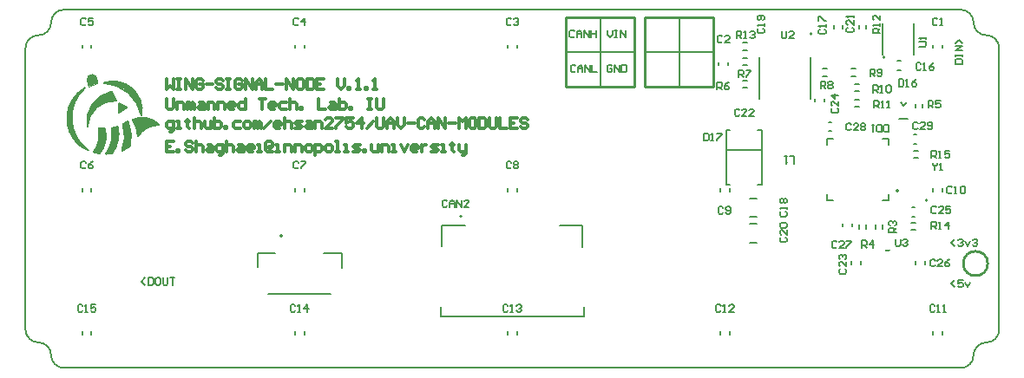
<source format=gto>
G04*
G04 #@! TF.GenerationSoftware,Altium Limited,Altium Designer,21.4.1 (30)*
G04*
G04 Layer_Color=65535*
%FSLAX44Y44*%
%MOMM*%
G71*
G04*
G04 #@! TF.SameCoordinates,2D50AE42-1DF2-48DA-B060-BAF50E4618A4*
G04*
G04*
G04 #@! TF.FilePolarity,Positive*
G04*
G01*
G75*
%ADD10C,0.2000*%
%ADD11C,0.1270*%
%ADD12C,0.0100*%
%ADD13C,0.2540*%
%ADD14C,0.1524*%
%ADD15C,0.0000*%
%ADD16C,0.1500*%
%ADD17C,0.3000*%
G36*
X92794Y311062D02*
X94306Y309611D01*
X95127Y307683D01*
Y306636D01*
X95127Y306633D01*
Y306635D01*
X95126Y306533D01*
X95088Y302701D01*
X95088Y302693D01*
X95082Y302677D01*
X95072Y302664D01*
X95059Y302654D01*
X95051Y302651D01*
X95051D01*
X86218Y299688D01*
X86207Y299684D01*
X86184Y299686D01*
X86164Y299698D01*
X86151Y299717D01*
X86148Y299729D01*
X84955Y306167D01*
X84943Y306164D01*
X84919Y306167D01*
X84899Y306181D01*
X84887Y306202D01*
X84886Y306214D01*
X84800Y307258D01*
X85461Y309247D01*
X86848Y310817D01*
X88740Y311717D01*
X90834Y311804D01*
X92794Y311062D01*
D02*
G37*
G36*
X95127Y306622D02*
X95127Y306597D01*
X95127Y306571D01*
X95126Y306546D01*
X95126Y306533D01*
Y306533D01*
X95127Y306633D01*
Y306622D01*
D02*
G37*
G36*
X113520Y304782D02*
X118346Y303822D01*
X122934Y302044D01*
X127147Y299502D01*
X130859Y296272D01*
X133958Y292451D01*
X136353Y288152D01*
X137970Y283505D01*
X138763Y278648D01*
X138706Y273728D01*
X138254Y271310D01*
X137774Y273448D01*
X136465Y277629D01*
X134703Y281641D01*
X132511Y285435D01*
X129915Y288964D01*
X126946Y292187D01*
X123641Y295063D01*
X120040Y297558D01*
X116185Y299642D01*
X112125Y301289D01*
X107909Y302479D01*
X103587Y303199D01*
X101403Y303379D01*
X101403Y303379D01*
X101403Y303379D01*
X101403D01*
X103735Y304160D01*
X108601Y304896D01*
X113520Y304782D01*
D02*
G37*
G36*
X109387Y293663D02*
X110288Y291319D01*
X111456Y289097D01*
X112876Y287026D01*
X113675Y286057D01*
X111909Y286100D01*
X108388Y285836D01*
X104934Y285108D01*
X101606Y283931D01*
X98462Y282323D01*
X95559Y280314D01*
X92947Y277939D01*
X90672Y275240D01*
X88773Y272263D01*
X87285Y269062D01*
X86233Y265692D01*
X85636Y262213D01*
X85511Y260451D01*
X85511Y260451D01*
X85511D01*
Y260451D01*
X85169Y262348D01*
X84982Y266201D01*
X85295Y270044D01*
X86101Y273816D01*
X87389Y277451D01*
X89135Y280890D01*
X91312Y284073D01*
X93881Y286949D01*
X96801Y289468D01*
X100023Y291589D01*
X103491Y293276D01*
X107148Y294499D01*
X109041Y294870D01*
X109041Y294870D01*
X109387Y293663D01*
D02*
G37*
G36*
X113675Y286057D02*
X113675D01*
D01*
X113675D01*
D02*
G37*
G36*
X116322Y283506D02*
X117183Y282844D01*
X119000Y281655D01*
X120927Y280655D01*
X122946Y279856D01*
X123983Y279534D01*
X116322Y273946D01*
Y283506D01*
X116322Y283506D01*
X116322D01*
Y283506D01*
D02*
G37*
G36*
X125055Y266110D02*
X126208Y263164D01*
X127647Y257001D01*
X128191Y250697D01*
X127828Y244380D01*
X127196Y241279D01*
X126250Y240644D01*
X124291Y239477D01*
X122273Y238415D01*
X120202Y237461D01*
X119143Y237040D01*
X119766Y238576D01*
X120794Y241725D01*
X121528Y244956D01*
X121959Y248241D01*
X122086Y251552D01*
X121905Y254861D01*
X121420Y258138D01*
X120634Y261357D01*
X120131Y262936D01*
X120130Y262936D01*
X120131Y262936D01*
D01*
X120773Y263288D01*
X122037Y264032D01*
X123270Y264826D01*
X124469Y265670D01*
X125055Y266110D01*
Y266110D01*
D02*
G37*
G36*
X96342Y259288D02*
D01*
Y259288D01*
Y259288D01*
D02*
G37*
G36*
X141590Y269427D02*
X145110Y268742D01*
X148482Y267523D01*
X151627Y265799D01*
X154469Y263612D01*
X155704Y262313D01*
X154148Y262313D01*
X151053Y262005D01*
X148024Y261294D01*
X145115Y260193D01*
X142375Y258720D01*
X139852Y256901D01*
X137589Y254767D01*
X135624Y252355D01*
X134765Y251057D01*
X134765D01*
X134637Y253242D01*
X133897Y257554D01*
X132526Y261708D01*
X130555Y265613D01*
X129357Y267445D01*
Y267445D01*
X130990Y268185D01*
X134445Y269146D01*
X138006Y269563D01*
X141590Y269427D01*
D02*
G37*
G36*
X81076Y296548D02*
X77309Y292043D01*
X74260Y287025D01*
X71997Y281606D01*
X70573Y275910D01*
X70018Y270064D01*
X70346Y264201D01*
X71550Y258453D01*
X73601Y252951D01*
X76454Y247819D01*
X80045Y243172D01*
X84291Y239116D01*
X86631Y237339D01*
X85487Y237819D01*
X83259Y238907D01*
X81098Y240123D01*
X79010Y241461D01*
X78006Y242189D01*
X75876Y243970D01*
X72242Y248169D01*
X69328Y252898D01*
X67210Y258032D01*
X65943Y263439D01*
X65559Y268980D01*
X66069Y274510D01*
X67459Y279887D01*
X69693Y284972D01*
X72713Y289632D01*
X76442Y293748D01*
X80783Y297213D01*
X83203Y298575D01*
X83203D01*
X81076Y296548D01*
D02*
G37*
G36*
X97107Y259152D02*
X98646Y258928D01*
X100194Y258771D01*
X101746Y258681D01*
X102524Y258661D01*
X102963Y257107D01*
X103458Y253915D01*
X103562Y250686D01*
X103274Y247469D01*
X102598Y244310D01*
X101544Y241257D01*
X100127Y238354D01*
X98368Y235644D01*
X97331Y234406D01*
Y234406D01*
X96584Y234510D01*
X95099Y234770D01*
X93623Y235082D01*
X92160Y235445D01*
X91434Y235652D01*
Y235653D01*
X92347Y236918D01*
X93953Y239592D01*
X95250Y242429D01*
X96222Y245393D01*
X96856Y248447D01*
X97144Y251553D01*
X97084Y254672D01*
X96675Y257764D01*
X96342Y259288D01*
X97107Y259152D01*
D02*
G37*
G36*
X115155Y260737D02*
X115155D01*
X115521Y259048D01*
X115896Y255611D01*
X115909Y252155D01*
X115560Y248715D01*
X114853Y245332D01*
X113796Y242041D01*
X112400Y238878D01*
X110681Y235879D01*
X109670Y234478D01*
X108891Y234360D01*
X107326Y234182D01*
X105755Y234062D01*
X104181Y233999D01*
X103394Y233997D01*
X104357Y235350D01*
X106064Y238200D01*
X107461Y241215D01*
X108532Y244359D01*
X109268Y247599D01*
X109657Y250898D01*
X109698Y254219D01*
X109389Y257527D01*
X109103Y259164D01*
X109874Y259303D01*
X111404Y259631D01*
X112919Y260024D01*
X114415Y260483D01*
X115155Y260737D01*
X115155Y260737D01*
D02*
G37*
%LPC*%
G36*
X95127Y306636D02*
X95127Y306635D01*
Y306635D01*
Y306635D01*
Y306635D01*
Y306635D01*
X95127Y306636D01*
D02*
G37*
%LPD*%
D10*
X275500Y153940D02*
G03*
X275500Y153940I-1000J0D01*
G01*
X450690Y173000D02*
G03*
X450690Y173000I-1000J0D01*
G01*
X863401Y328440D02*
G03*
X863401Y328440I-1000J0D01*
G01*
X792171Y351295D02*
G03*
X792171Y351295I-1000J0D01*
G01*
X937700Y25000D02*
G03*
X950000Y37300I0J12300D01*
G01*
X975000Y337300D02*
G03*
X962300Y350000I-12700J0D01*
G01*
X950000Y362300D02*
G03*
X937300Y375000I-12700J0D01*
G01*
X25000Y62700D02*
G03*
X37700Y50000I12700J0D01*
G01*
X950000Y362300D02*
G03*
X962300Y350000I12300J0D01*
G01*
X62700Y375000D02*
G03*
X50000Y362300I0J-12700D01*
G01*
X962700Y50000D02*
G03*
X950000Y37300I0J-12700D01*
G01*
X37700Y350000D02*
G03*
X50000Y362300I0J12300D01*
G01*
Y37700D02*
G03*
X37700Y50000I-12300J0D01*
G01*
X962700D02*
G03*
X975000Y62300I0J12300D01*
G01*
X50000Y37700D02*
G03*
X62700Y25000I12700J0D01*
G01*
X37700Y350000D02*
G03*
X25000Y337300I0J-12700D01*
G01*
X585730Y300000D02*
Y367460D01*
X552000Y333730D02*
X619460D01*
X629000D02*
X696460D01*
X662730Y300000D02*
Y367460D01*
X845500Y161095D02*
Y165095D01*
X838500Y161095D02*
Y165095D01*
X845500Y356000D02*
Y360000D01*
X838500Y356000D02*
Y360000D01*
X854420Y161095D02*
Y165095D01*
X861420Y161095D02*
Y165095D01*
X889121Y160095D02*
X893121D01*
X889121Y167095D02*
X893121D01*
X867121Y188595D02*
Y194595D01*
X861121Y188595D02*
X867121D01*
X807121D02*
X813121D01*
X807121D02*
Y194595D01*
X867121Y242595D02*
Y248595D01*
X861121D02*
X867121D01*
X807121D02*
X813121D01*
X807121Y242595D02*
Y248595D01*
X831121Y310095D02*
X835121D01*
X831121Y317095D02*
X835121D01*
X803121Y310095D02*
X807121D01*
X803121Y317095D02*
X807121D01*
X892121Y230095D02*
X896121D01*
X892121Y237095D02*
X896121D01*
X893621Y279095D02*
Y283095D01*
X900621Y279095D02*
Y283095D01*
X881871Y280845D02*
X885246Y284220D01*
X878621Y284095D02*
X881871Y280845D01*
X877371Y268095D02*
X885621D01*
X834121Y287095D02*
X838121D01*
X834121Y280095D02*
X838121D01*
X834121Y295095D02*
X838121D01*
X834121Y302095D02*
X838121D01*
X725121Y327595D02*
X729121D01*
X725121Y320595D02*
X729121D01*
X725121Y342595D02*
X729121D01*
X725121Y335595D02*
X729121D01*
X725000Y298500D02*
X729000D01*
X725000Y305500D02*
X729000D01*
X975000Y62300D02*
Y337300D01*
X62700Y375000D02*
X937300D01*
X25000Y62700D02*
Y337300D01*
X62700Y25000D02*
X937400D01*
X141499Y106000D02*
X138000Y109499D01*
X141499Y112998D01*
X144998D02*
Y106000D01*
X148497D01*
X149663Y107166D01*
Y111832D01*
X148497Y112998D01*
X144998D01*
X155494D02*
X153162D01*
X151995Y111832D01*
Y107166D01*
X153162Y106000D01*
X155494D01*
X156661Y107166D01*
Y111832D01*
X155494Y112998D01*
X158993D02*
Y107166D01*
X160159Y106000D01*
X162492D01*
X163658Y107166D01*
Y112998D01*
X165991D02*
X170656D01*
X168324D01*
Y106000D01*
X931499Y104000D02*
X928000Y107499D01*
X931499Y110998D01*
X939663D02*
X934998D01*
Y107499D01*
X937330Y108665D01*
X938497D01*
X939663Y107499D01*
Y105166D01*
X938497Y104000D01*
X936164D01*
X934998Y105166D01*
X941995Y108665D02*
X944328Y104000D01*
X946661Y108665D01*
X931499Y144000D02*
X928000Y147499D01*
X931499Y150998D01*
X934998Y149831D02*
X936164Y150998D01*
X938497D01*
X939663Y149831D01*
Y148665D01*
X938497Y147499D01*
X937330D01*
X938497D01*
X939663Y146333D01*
Y145166D01*
X938497Y144000D01*
X936164D01*
X934998Y145166D01*
X941995Y148665D02*
X944328Y144000D01*
X946661Y148665D01*
X948993Y149831D02*
X950160Y150998D01*
X952492D01*
X953658Y149831D01*
Y148665D01*
X952492Y147499D01*
X951326D01*
X952492D01*
X953658Y146333D01*
Y145166D01*
X952492Y144000D01*
X950160D01*
X948993Y145166D01*
X932002Y322000D02*
X939000D01*
Y325499D01*
X937834Y326665D01*
X933168D01*
X932002Y325499D01*
Y322000D01*
Y328998D02*
Y331330D01*
Y330164D01*
X939000D01*
Y328998D01*
Y331330D01*
Y334829D02*
X932002D01*
X939000Y339494D01*
X932002D01*
X939000Y341827D02*
X935501Y345326D01*
X932002Y341827D01*
X597499Y319832D02*
X596333Y320998D01*
X594000D01*
X592834Y319832D01*
Y315166D01*
X594000Y314000D01*
X596333D01*
X597499Y315166D01*
Y317499D01*
X595166D01*
X599832Y314000D02*
Y320998D01*
X604497Y314000D01*
Y320998D01*
X606829D02*
Y314000D01*
X610328D01*
X611494Y315166D01*
Y319832D01*
X610328Y320998D01*
X606829D01*
X593000Y354998D02*
Y350333D01*
X595333Y348000D01*
X597665Y350333D01*
Y354998D01*
X599998D02*
X602330D01*
X601164D01*
Y348000D01*
X599998D01*
X602330D01*
X605829D02*
Y354998D01*
X610494Y348000D01*
Y354998D01*
X561665Y319832D02*
X560499Y320998D01*
X558166D01*
X557000Y319832D01*
Y315166D01*
X558166Y314000D01*
X560499D01*
X561665Y315166D01*
X563998Y314000D02*
Y318665D01*
X566330Y320998D01*
X568663Y318665D01*
Y314000D01*
Y317499D01*
X563998D01*
X570995Y314000D02*
Y320998D01*
X575661Y314000D01*
Y320998D01*
X577993D02*
Y314000D01*
X582658D01*
X560665Y353831D02*
X559499Y354998D01*
X557166D01*
X556000Y353831D01*
Y349166D01*
X557166Y348000D01*
X559499D01*
X560665Y349166D01*
X562998Y348000D02*
Y352665D01*
X565330Y354998D01*
X567663Y352665D01*
Y348000D01*
Y351499D01*
X562998D01*
X569995Y348000D02*
Y354998D01*
X574661Y348000D01*
Y354998D01*
X576993D02*
Y348000D01*
Y351499D01*
X581658D01*
Y354998D01*
Y348000D01*
X436465Y187950D02*
X435299Y189116D01*
X432966D01*
X431800Y187950D01*
Y183284D01*
X432966Y182118D01*
X435299D01*
X436465Y183284D01*
X438798Y182118D02*
Y186783D01*
X441130Y189116D01*
X443463Y186783D01*
Y182118D01*
Y185617D01*
X438798D01*
X445796Y182118D02*
Y189116D01*
X450461Y182118D01*
Y189116D01*
X457458Y182118D02*
X452793D01*
X457458Y186783D01*
Y187950D01*
X456292Y189116D01*
X453960D01*
X452793Y187950D01*
X841169Y142501D02*
Y149499D01*
X844667D01*
X845834Y148333D01*
Y146000D01*
X844667Y144834D01*
X841169D01*
X843501D02*
X845834Y142501D01*
X851665D02*
Y149499D01*
X848166Y146000D01*
X852831D01*
X874499Y157169D02*
X867501D01*
Y160667D01*
X868667Y161834D01*
X871000D01*
X872166Y160667D01*
Y157169D01*
Y159501D02*
X874499Y161834D01*
X868667Y164166D02*
X867501Y165333D01*
Y167665D01*
X868667Y168832D01*
X869834D01*
X871000Y167665D01*
Y166499D01*
Y167665D01*
X872166Y168832D01*
X873333D01*
X874499Y167665D01*
Y165333D01*
X873333Y164166D01*
X928918Y201333D02*
X927752Y202499D01*
X925419D01*
X924253Y201333D01*
Y196667D01*
X925419Y195501D01*
X927752D01*
X928918Y196667D01*
X931251Y195501D02*
X933583D01*
X932417D01*
Y202499D01*
X931251Y201333D01*
X937082D02*
X938248Y202499D01*
X940581D01*
X941747Y201333D01*
Y196667D01*
X940581Y195501D01*
X938248D01*
X937082Y196667D01*
Y201333D01*
X705834Y181333D02*
X704667Y182499D01*
X702335D01*
X701169Y181333D01*
Y176667D01*
X702335Y175501D01*
X704667D01*
X705834Y176667D01*
X708166D02*
X709333Y175501D01*
X711665D01*
X712831Y176667D01*
Y181333D01*
X711665Y182499D01*
X709333D01*
X708166Y181333D01*
Y180166D01*
X709333Y179000D01*
X712831D01*
X83913Y225541D02*
X82747Y226708D01*
X80414D01*
X79248Y225541D01*
Y220876D01*
X80414Y219710D01*
X82747D01*
X83913Y220876D01*
X90911Y226708D02*
X88578Y225541D01*
X86246Y223209D01*
Y220876D01*
X87412Y219710D01*
X89745D01*
X90911Y220876D01*
Y222043D01*
X89745Y223209D01*
X86246D01*
X83913Y365495D02*
X82747Y366662D01*
X80414D01*
X79248Y365495D01*
Y360830D01*
X80414Y359664D01*
X82747D01*
X83913Y360830D01*
X90911Y366662D02*
X86246D01*
Y363163D01*
X88578Y364329D01*
X89745D01*
X90911Y363163D01*
Y360830D01*
X89745Y359664D01*
X87412D01*
X86246Y360830D01*
X291431Y365495D02*
X290265Y366662D01*
X287932D01*
X286766Y365495D01*
Y360830D01*
X287932Y359664D01*
X290265D01*
X291431Y360830D01*
X297263Y359664D02*
Y366662D01*
X293764Y363163D01*
X298429D01*
X498949Y365495D02*
X497783Y366662D01*
X495450D01*
X494284Y365495D01*
Y360830D01*
X495450Y359664D01*
X497783D01*
X498949Y360830D01*
X501282Y365495D02*
X502448Y366662D01*
X504781D01*
X505947Y365495D01*
Y364329D01*
X504781Y363163D01*
X503614D01*
X504781D01*
X505947Y361997D01*
Y360830D01*
X504781Y359664D01*
X502448D01*
X501282Y360830D01*
X80865Y85588D02*
X79699Y86754D01*
X77366D01*
X76200Y85588D01*
Y80922D01*
X77366Y79756D01*
X79699D01*
X80865Y80922D01*
X83198Y79756D02*
X85530D01*
X84364D01*
Y86754D01*
X83198Y85588D01*
X93694Y86754D02*
X89029D01*
Y83255D01*
X91362Y84421D01*
X92528D01*
X93694Y83255D01*
Y80922D01*
X92528Y79756D01*
X90196D01*
X89029Y80922D01*
X288383Y85588D02*
X287217Y86754D01*
X284884D01*
X283718Y85588D01*
Y80922D01*
X284884Y79756D01*
X287217D01*
X288383Y80922D01*
X290716Y79756D02*
X293048D01*
X291882D01*
Y86754D01*
X290716Y85588D01*
X300046Y79756D02*
Y86754D01*
X296547Y83255D01*
X301212D01*
X495901Y85588D02*
X494735Y86754D01*
X492402D01*
X491236Y85588D01*
Y80922D01*
X492402Y79756D01*
X494735D01*
X495901Y80922D01*
X498234Y79756D02*
X500566D01*
X499400D01*
Y86754D01*
X498234Y85588D01*
X504065D02*
X505232Y86754D01*
X507564D01*
X508730Y85588D01*
Y84421D01*
X507564Y83255D01*
X506398D01*
X507564D01*
X508730Y82089D01*
Y80922D01*
X507564Y79756D01*
X505232D01*
X504065Y80922D01*
X703419Y85588D02*
X702253Y86754D01*
X699920D01*
X698754Y85588D01*
Y80922D01*
X699920Y79756D01*
X702253D01*
X703419Y80922D01*
X705752Y79756D02*
X708084D01*
X706918D01*
Y86754D01*
X705752Y85588D01*
X716248Y79756D02*
X711583D01*
X716248Y84421D01*
Y85588D01*
X715082Y86754D01*
X712749D01*
X711583Y85588D01*
X912207D02*
X911041Y86754D01*
X908708D01*
X907542Y85588D01*
Y80922D01*
X908708Y79756D01*
X911041D01*
X912207Y80922D01*
X914540Y79756D02*
X916872D01*
X915706D01*
Y86754D01*
X914540Y85588D01*
X920371Y79756D02*
X922704D01*
X921537D01*
Y86754D01*
X920371Y85588D01*
X498949Y225541D02*
X497783Y226708D01*
X495450D01*
X494284Y225541D01*
Y220876D01*
X495450Y219710D01*
X497783D01*
X498949Y220876D01*
X501282Y225541D02*
X502448Y226708D01*
X504781D01*
X505947Y225541D01*
Y224375D01*
X504781Y223209D01*
X505947Y222043D01*
Y220876D01*
X504781Y219710D01*
X502448D01*
X501282Y220876D01*
Y222043D01*
X502448Y223209D01*
X501282Y224375D01*
Y225541D01*
X502448Y223209D02*
X504781D01*
X291431Y225541D02*
X290265Y226708D01*
X287932D01*
X286766Y225541D01*
Y220876D01*
X287932Y219710D01*
X290265D01*
X291431Y220876D01*
X293764Y226708D02*
X298429D01*
Y225541D01*
X293764Y220876D01*
Y219710D01*
X704943Y348478D02*
X703777Y349644D01*
X701444D01*
X700278Y348478D01*
Y343812D01*
X701444Y342646D01*
X703777D01*
X704943Y343812D01*
X711941Y342646D02*
X707276D01*
X711941Y347311D01*
Y348478D01*
X710775Y349644D01*
X708442D01*
X707276Y348478D01*
X915001Y365495D02*
X913835Y366662D01*
X911502D01*
X910336Y365495D01*
Y360830D01*
X911502Y359664D01*
X913835D01*
X915001Y360830D01*
X917334Y359664D02*
X919666D01*
X918500D01*
Y366662D01*
X917334Y365495D01*
X909000Y230000D02*
Y236998D01*
X912499D01*
X913665Y235832D01*
Y233499D01*
X912499Y232333D01*
X909000D01*
X911333D02*
X913665Y230000D01*
X915998D02*
X918330D01*
X917164D01*
Y236998D01*
X915998Y235832D01*
X926494Y236998D02*
X921829D01*
Y233499D01*
X924162Y234665D01*
X925328D01*
X926494Y233499D01*
Y231166D01*
X925328Y230000D01*
X922996D01*
X921829Y231166D01*
X859000Y352000D02*
X852002D01*
Y355499D01*
X853169Y356665D01*
X855501D01*
X856667Y355499D01*
Y352000D01*
Y354333D02*
X859000Y356665D01*
Y358998D02*
Y361330D01*
Y360164D01*
X852002D01*
X853169Y358998D01*
X859000Y369494D02*
Y364829D01*
X854335Y369494D01*
X853169D01*
X852002Y368328D01*
Y365995D01*
X853169Y364829D01*
X906000Y279000D02*
Y285998D01*
X909499D01*
X910665Y284832D01*
Y282499D01*
X909499Y281333D01*
X906000D01*
X908333D02*
X910665Y279000D01*
X917663Y285998D02*
X912998D01*
Y282499D01*
X915330Y283665D01*
X916497D01*
X917663Y282499D01*
Y280166D01*
X916497Y279000D01*
X914164D01*
X912998Y280166D01*
X721665Y276831D02*
X720499Y277998D01*
X718166D01*
X717000Y276831D01*
Y272166D01*
X718166Y271000D01*
X720499D01*
X721665Y272166D01*
X728663Y271000D02*
X723998D01*
X728663Y275665D01*
Y276831D01*
X727497Y277998D01*
X725164D01*
X723998Y276831D01*
X735661Y271000D02*
X730995D01*
X735661Y275665D01*
Y276831D01*
X734494Y277998D01*
X732162D01*
X730995Y276831D01*
X699879Y296905D02*
Y303903D01*
X703378D01*
X704544Y302736D01*
Y300404D01*
X703378Y299237D01*
X699879D01*
X702212D02*
X704544Y296905D01*
X711542Y303903D02*
X709210Y302736D01*
X706877Y300404D01*
Y298071D01*
X708043Y296905D01*
X710376D01*
X711542Y298071D01*
Y299237D01*
X710376Y300404D01*
X706877D01*
X719000Y347000D02*
Y353998D01*
X722499D01*
X723665Y352831D01*
Y350499D01*
X722499Y349333D01*
X719000D01*
X721333D02*
X723665Y347000D01*
X725998D02*
X728330D01*
X727164D01*
Y353998D01*
X725998Y352831D01*
X731829D02*
X732996Y353998D01*
X735328D01*
X736494Y352831D01*
Y351665D01*
X735328Y350499D01*
X734162D01*
X735328D01*
X736494Y349333D01*
Y348166D01*
X735328Y347000D01*
X732996D01*
X731829Y348166D01*
X721000Y309000D02*
Y315998D01*
X724499D01*
X725665Y314832D01*
Y312499D01*
X724499Y311333D01*
X721000D01*
X723333D02*
X725665Y309000D01*
X727998Y315998D02*
X732663D01*
Y314832D01*
X727998Y310166D01*
Y309000D01*
X910000Y224998D02*
Y223832D01*
X912333Y221499D01*
X914665Y223832D01*
Y224998D01*
X912333Y221499D02*
Y218000D01*
X916998D02*
X919330D01*
X918164D01*
Y224998D01*
X916998Y223832D01*
X874000Y150998D02*
Y145166D01*
X875166Y144000D01*
X877499D01*
X878665Y145166D01*
Y150998D01*
X880998Y149831D02*
X882164Y150998D01*
X884497D01*
X885663Y149831D01*
Y148665D01*
X884497Y147499D01*
X883330D01*
X884497D01*
X885663Y146333D01*
Y145166D01*
X884497Y144000D01*
X882164D01*
X880998Y145166D01*
X687000Y253998D02*
Y247000D01*
X690499D01*
X691665Y248166D01*
Y252831D01*
X690499Y253998D01*
X687000D01*
X693998Y247000D02*
X696330D01*
X695164D01*
Y253998D01*
X693998Y252831D01*
X699829Y253998D02*
X704494D01*
Y252831D01*
X699829Y248166D01*
Y247000D01*
X909000Y161000D02*
Y167998D01*
X912499D01*
X913665Y166831D01*
Y164499D01*
X912499Y163333D01*
X909000D01*
X911333D02*
X913665Y161000D01*
X915998D02*
X918330D01*
X917164D01*
Y167998D01*
X915998Y166831D01*
X925328Y161000D02*
Y167998D01*
X921829Y164499D01*
X926494D01*
X877000Y306998D02*
Y300000D01*
X880499D01*
X881665Y301166D01*
Y305832D01*
X880499Y306998D01*
X877000D01*
X883998Y300000D02*
X886330D01*
X885164D01*
Y306998D01*
X883998Y305832D01*
X894494Y306998D02*
X892162Y305832D01*
X889829Y303499D01*
Y301166D01*
X890995Y300000D01*
X893328D01*
X894494Y301166D01*
Y302333D01*
X893328Y303499D01*
X889829D01*
X762169Y177665D02*
X761002Y176499D01*
Y174166D01*
X762169Y173000D01*
X766834D01*
X768000Y174166D01*
Y176499D01*
X766834Y177665D01*
X768000Y179998D02*
Y182330D01*
Y181164D01*
X761002D01*
X762169Y179998D01*
Y185829D02*
X761002Y186996D01*
Y189328D01*
X762169Y190494D01*
X763335D01*
X764501Y189328D01*
X765667Y190494D01*
X766834D01*
X768000Y189328D01*
Y186996D01*
X766834Y185829D01*
X765667D01*
X764501Y186996D01*
X763335Y185829D01*
X762169D01*
X764501Y186996D02*
Y189328D01*
X762169Y152665D02*
X761002Y151499D01*
Y149166D01*
X762169Y148000D01*
X766834D01*
X768000Y149166D01*
Y151499D01*
X766834Y152665D01*
X768000Y159663D02*
Y154998D01*
X763335Y159663D01*
X762169D01*
X761002Y158497D01*
Y156164D01*
X762169Y154998D01*
Y161996D02*
X761002Y163162D01*
Y165494D01*
X762169Y166661D01*
X766834D01*
X768000Y165494D01*
Y163162D01*
X766834Y161996D01*
X762169D01*
X740169Y356665D02*
X739002Y355499D01*
Y353166D01*
X740169Y352000D01*
X744834D01*
X746000Y353166D01*
Y355499D01*
X744834Y356665D01*
X746000Y358998D02*
Y361330D01*
Y360164D01*
X739002D01*
X740169Y358998D01*
X744834Y364829D02*
X746000Y365995D01*
Y368328D01*
X744834Y369494D01*
X740169D01*
X739002Y368328D01*
Y365995D01*
X740169Y364829D01*
X741335D01*
X742501Y365995D01*
Y369494D01*
X812169Y278665D02*
X811002Y277499D01*
Y275166D01*
X812169Y274000D01*
X816834D01*
X818000Y275166D01*
Y277499D01*
X816834Y278665D01*
X818000Y285663D02*
Y280998D01*
X813335Y285663D01*
X812169D01*
X811002Y284497D01*
Y282164D01*
X812169Y280998D01*
X818000Y291494D02*
X811002D01*
X814501Y287995D01*
Y292661D01*
X913665Y181831D02*
X912499Y182998D01*
X910166D01*
X909000Y181831D01*
Y177166D01*
X910166Y176000D01*
X912499D01*
X913665Y177166D01*
X920663Y176000D02*
X915998D01*
X920663Y180665D01*
Y181831D01*
X919497Y182998D01*
X917164D01*
X915998Y181831D01*
X927661Y182998D02*
X922996D01*
Y179499D01*
X925328Y180665D01*
X926494D01*
X927661Y179499D01*
Y177166D01*
X926494Y176000D01*
X924162D01*
X922996Y177166D01*
X816665Y147831D02*
X815499Y148998D01*
X813166D01*
X812000Y147831D01*
Y143166D01*
X813166Y142000D01*
X815499D01*
X816665Y143166D01*
X823663Y142000D02*
X818998D01*
X823663Y146665D01*
Y147831D01*
X822497Y148998D01*
X820164D01*
X818998Y147831D01*
X825995Y148998D02*
X830661D01*
Y147831D01*
X825995Y143166D01*
Y142000D01*
X830665Y262831D02*
X829499Y263998D01*
X827166D01*
X826000Y262831D01*
Y258166D01*
X827166Y257000D01*
X829499D01*
X830665Y258166D01*
X837663Y257000D02*
X832998D01*
X837663Y261665D01*
Y262831D01*
X836497Y263998D01*
X834164D01*
X832998Y262831D01*
X839995D02*
X841162Y263998D01*
X843494D01*
X844661Y262831D01*
Y261665D01*
X843494Y260499D01*
X844661Y259333D01*
Y258166D01*
X843494Y257000D01*
X841162D01*
X839995Y258166D01*
Y259333D01*
X841162Y260499D01*
X839995Y261665D01*
Y262831D01*
X841162Y260499D02*
X843494D01*
X895665Y263832D02*
X894499Y264998D01*
X892166D01*
X891000Y263832D01*
Y259166D01*
X892166Y258000D01*
X894499D01*
X895665Y259166D01*
X902663Y258000D02*
X897998D01*
X902663Y262665D01*
Y263832D01*
X901497Y264998D01*
X899164D01*
X897998Y263832D01*
X904995Y259166D02*
X906162Y258000D01*
X908494D01*
X909661Y259166D01*
Y263832D01*
X908494Y264998D01*
X906162D01*
X904995Y263832D01*
Y262665D01*
X906162Y261499D01*
X909661D01*
X820169Y121665D02*
X819002Y120499D01*
Y118166D01*
X820169Y117000D01*
X824834D01*
X826000Y118166D01*
Y120499D01*
X824834Y121665D01*
X826000Y128663D02*
Y123998D01*
X821335Y128663D01*
X820169D01*
X819002Y127497D01*
Y125164D01*
X820169Y123998D01*
Y130996D02*
X819002Y132162D01*
Y134494D01*
X820169Y135661D01*
X821335D01*
X822501Y134494D01*
Y133328D01*
Y134494D01*
X823667Y135661D01*
X824834D01*
X826000Y134494D01*
Y132162D01*
X824834Y130996D01*
X912665Y129831D02*
X911499Y130998D01*
X909166D01*
X908000Y129831D01*
Y125166D01*
X909166Y124000D01*
X911499D01*
X912665Y125166D01*
X919663Y124000D02*
X914998D01*
X919663Y128665D01*
Y129831D01*
X918497Y130998D01*
X916164D01*
X914998Y129831D01*
X926661Y130998D02*
X924328Y129831D01*
X921995Y127499D01*
Y125166D01*
X923162Y124000D01*
X925494D01*
X926661Y125166D01*
Y126333D01*
X925494Y127499D01*
X921995D01*
X898665Y321832D02*
X897499Y322998D01*
X895166D01*
X894000Y321832D01*
Y317166D01*
X895166Y316000D01*
X897499D01*
X898665Y317166D01*
X900998Y316000D02*
X903330D01*
X902164D01*
Y322998D01*
X900998Y321832D01*
X911494Y322998D02*
X909162Y321832D01*
X906829Y319499D01*
Y317166D01*
X907996Y316000D01*
X910328D01*
X911494Y317166D01*
Y318333D01*
X910328Y319499D01*
X906829D01*
X763000Y353998D02*
Y348166D01*
X764166Y347000D01*
X766499D01*
X767665Y348166D01*
Y353998D01*
X774663Y347000D02*
X769998D01*
X774663Y351665D01*
Y352831D01*
X773497Y353998D01*
X771164D01*
X769998Y352831D01*
X800169Y355665D02*
X799002Y354499D01*
Y352166D01*
X800169Y351000D01*
X804834D01*
X806000Y352166D01*
Y354499D01*
X804834Y355665D01*
X806000Y357998D02*
Y360330D01*
Y359164D01*
X799002D01*
X800169Y357998D01*
X799002Y363829D02*
Y368494D01*
X800169D01*
X804834Y363829D01*
X806000D01*
X867121Y255597D02*
Y262595D01*
X863622D01*
X862456Y261429D01*
Y256764D01*
X863622Y255597D01*
X867121D01*
X860123D02*
Y262595D01*
X856624D01*
X855458Y261429D01*
Y256764D01*
X856624Y255597D01*
X860123D01*
X853125Y262595D02*
X850793D01*
X851959D01*
Y255597D01*
X853125Y256764D01*
X775121Y224597D02*
Y231595D01*
X770456D01*
X768123D02*
X765791D01*
X766957D01*
Y224597D01*
X768123Y225764D01*
X827169Y357665D02*
X826002Y356499D01*
Y354166D01*
X827169Y353000D01*
X831834D01*
X833000Y354166D01*
Y356499D01*
X831834Y357665D01*
X833000Y364663D02*
Y359998D01*
X828335Y364663D01*
X827169D01*
X826002Y363497D01*
Y361164D01*
X827169Y359998D01*
X833000Y366996D02*
Y369328D01*
Y368162D01*
X826002D01*
X827169Y366996D01*
X897002Y339000D02*
X902834D01*
X904000Y340166D01*
Y342499D01*
X902834Y343665D01*
X897002D01*
X904000Y345998D02*
Y348330D01*
Y347164D01*
X897002D01*
X898168Y345998D01*
X801000Y298000D02*
Y304998D01*
X804499D01*
X805665Y303831D01*
Y301499D01*
X804499Y300333D01*
X801000D01*
X803333D02*
X805665Y298000D01*
X807998Y303831D02*
X809164Y304998D01*
X811497D01*
X812663Y303831D01*
Y302665D01*
X811497Y301499D01*
X812663Y300333D01*
Y299166D01*
X811497Y298000D01*
X809164D01*
X807998Y299166D01*
Y300333D01*
X809164Y301499D01*
X807998Y302665D01*
Y303831D01*
X809164Y301499D02*
X811497D01*
X849000Y310000D02*
Y316998D01*
X852499D01*
X853665Y315831D01*
Y313499D01*
X852499Y312333D01*
X849000D01*
X851333D02*
X853665Y310000D01*
X855998Y311166D02*
X857164Y310000D01*
X859497D01*
X860663Y311166D01*
Y315831D01*
X859497Y316998D01*
X857164D01*
X855998Y315831D01*
Y314665D01*
X857164Y313499D01*
X860663D01*
X852000Y294000D02*
Y300998D01*
X855499D01*
X856665Y299832D01*
Y297499D01*
X855499Y296333D01*
X852000D01*
X854333D02*
X856665Y294000D01*
X858998D02*
X861330D01*
X860164D01*
Y300998D01*
X858998Y299832D01*
X864829D02*
X865995Y300998D01*
X868328D01*
X869494Y299832D01*
Y295166D01*
X868328Y294000D01*
X865995D01*
X864829Y295166D01*
Y299832D01*
X853000Y279000D02*
Y285998D01*
X856499D01*
X857665Y284832D01*
Y282499D01*
X856499Y281333D01*
X853000D01*
X855333D02*
X857665Y279000D01*
X859998D02*
X862330D01*
X861164D01*
Y285998D01*
X859998Y284832D01*
X865829Y279000D02*
X868162D01*
X866995D01*
Y285998D01*
X865829Y284832D01*
D11*
X155704Y262313D02*
G03*
X134765Y251057I-764J-23683D01*
G01*
X134765Y251057D02*
G03*
X129357Y267445I-29435J-628D01*
G01*
X155704Y262313D02*
G03*
X129357Y267445I-16782J-15964D01*
G01*
X120131Y262936D02*
G03*
X125055Y266110I-17062J31878D01*
G01*
X109041Y294870D02*
G03*
X113675Y286057I20786J5304D01*
G01*
X83203Y298575D02*
G03*
X86631Y237339I25866J-29266D01*
G01*
X83203Y298575D02*
G03*
X78006Y242189I16876J-29988D01*
G01*
X113675Y286057D02*
G03*
X85511Y260451I-1535J-26603D01*
G01*
X109041Y294870D02*
G03*
X85511Y260451I5706J-29153D01*
G01*
X116322Y283506D02*
G03*
X123983Y279534I13504J16668D01*
G01*
X138254Y271310D02*
G03*
X101403Y303379I-39024J-7636D01*
G01*
X138254Y271310D02*
G03*
X101403Y303379I-27850J5205D01*
G01*
X103394Y233997D02*
G03*
X109103Y259164I-25186J18945D01*
G01*
X119143Y237040D02*
G03*
X127196Y241279I-15890J39956D01*
G01*
D02*
G03*
X125055Y266110I-43159J8786D01*
G01*
X96342Y259288D02*
G03*
X102524Y258661I6727J35526D01*
G01*
X109103Y259164D02*
G03*
X115155Y260737I-6035J35650D01*
G01*
X91435Y235653D02*
G03*
X96342Y259288I-22129J16922D01*
G01*
X109670Y234478D02*
G03*
X115155Y260737I-26708J19282D01*
G01*
X119143Y237040D02*
G03*
X120131Y262936I-32874J14220D01*
G01*
X91435Y235652D02*
G03*
X97331Y234406I11819J41343D01*
G01*
X78006Y242189D02*
G03*
X86631Y237339I25247J34807D01*
G01*
X97331Y234406D02*
G03*
X102524Y258661I-20342J17038D01*
G01*
X103394Y233997D02*
G03*
X109670Y234478I-140J42999D01*
G01*
X876821Y198015D02*
G03*
X876821Y198015I-1270J0D01*
G01*
X251250Y123240D02*
Y137441D01*
X268900D01*
X333750Y123140D02*
Y137441D01*
X316100D02*
X333750D01*
X262100Y96940D02*
X323000D01*
X116322Y273946D02*
Y283506D01*
Y273946D02*
X123983Y279534D01*
X568690Y143000D02*
Y164000D01*
X546190D02*
X568690D01*
X431190Y143500D02*
Y164500D01*
X453690D01*
X430690Y75000D02*
Y84500D01*
X569190Y75000D02*
X569691Y75500D01*
Y84500D01*
X430690Y75000D02*
X569190D01*
X712000Y197617D02*
Y200618D01*
X703000Y197617D02*
Y200618D01*
X919500Y197617D02*
Y200618D01*
X910500Y197617D02*
Y200618D01*
X80500Y57618D02*
Y60617D01*
X89500Y57618D02*
Y60617D01*
X288000Y57618D02*
Y60617D01*
X297000Y57618D02*
Y60617D01*
X910500Y57618D02*
Y60617D01*
X919500Y57618D02*
Y60617D01*
X703000Y57618D02*
Y60617D01*
X712000Y57618D02*
Y60617D01*
X495500Y57618D02*
Y60617D01*
X504500Y57618D02*
Y60617D01*
X875621Y316095D02*
X878621D01*
X875621Y325095D02*
X878621D01*
X891371Y331220D02*
Y361220D01*
X861371Y331220D02*
Y361220D01*
X822500Y356500D02*
Y359500D01*
X813500Y356500D02*
Y359500D01*
X80500Y337617D02*
Y340617D01*
X89500Y337617D02*
Y340617D01*
X710500Y320500D02*
Y323500D01*
X701500Y320500D02*
Y323500D01*
X910500Y337617D02*
Y340617D01*
X919500Y337617D02*
Y340617D01*
X495500Y337617D02*
Y340617D01*
X504500Y337617D02*
Y340617D01*
X288000Y337617D02*
Y340617D01*
X297000Y337617D02*
Y340617D01*
X495500Y197617D02*
Y200618D01*
X504500Y197617D02*
Y200618D01*
X80500Y197617D02*
Y200618D01*
X89500Y197617D02*
Y200618D01*
X288000Y197617D02*
Y200618D01*
X297000Y197617D02*
Y200618D01*
X889621Y182095D02*
X892621D01*
X889621Y173095D02*
X892621D01*
X902621Y126095D02*
Y129095D01*
X893621Y126095D02*
Y129095D01*
X808621Y265095D02*
X811621D01*
X808621Y256095D02*
X811621D01*
X822621Y163095D02*
Y166095D01*
X831621Y163095D02*
Y166095D01*
X795621Y285095D02*
Y288095D01*
X804621Y285095D02*
Y288095D01*
X891621Y253095D02*
X894621D01*
X891621Y244095D02*
X894621D01*
X731521Y147595D02*
X738721D01*
X731521Y165595D02*
X738721D01*
X731521Y172595D02*
X738721D01*
X731521Y190595D02*
X738721D01*
X740871Y288095D02*
Y328095D01*
X791371Y288095D02*
Y328095D01*
X831090Y126095D02*
Y129095D01*
X840090Y126095D02*
Y129095D01*
D12*
X95049Y306133D02*
G03*
X84940Y306219I-5051J502D01*
G01*
X86201Y299739D02*
X95034Y302702D01*
X95073Y306636D01*
X84923D02*
X86201Y299739D01*
D13*
X963938Y127000D02*
G03*
X963938Y127000I-11938J0D01*
G01*
X552000Y300000D02*
X619460D01*
X552000Y367460D02*
X619460D01*
Y300000D02*
Y367460D01*
X552000Y300000D02*
Y367460D01*
X629000Y300000D02*
X696460D01*
X629000Y367460D02*
X696460D01*
Y300000D02*
Y367460D01*
X629000Y300000D02*
Y367460D01*
D14*
X864343Y139788D02*
G03*
X867899Y139788I1778J2276D01*
G01*
X864343D02*
G03*
X867899Y139788I1778J2276D01*
G01*
D15*
X905391Y188595D02*
G03*
X905391Y188595I-1270J0D01*
G01*
D16*
X708621Y203595D02*
Y238095D01*
Y239595D01*
Y241095D02*
Y257595D01*
X743621Y241095D02*
Y257595D01*
Y239595D02*
Y241095D01*
Y203595D02*
Y238095D01*
X708621D02*
X743621D01*
Y239595D01*
X708621D02*
Y241095D01*
X739621Y203595D02*
X743621D01*
X739621Y257595D02*
X743621D01*
X708621D02*
X712621D01*
X708621Y203595D02*
X712621D01*
D17*
X163000Y307250D02*
Y297253D01*
X166332Y300585D01*
X169664Y297253D01*
Y307250D01*
X172997D02*
X176329D01*
X174663D01*
Y297253D01*
X172997D01*
X176329D01*
X181327D02*
Y307250D01*
X187992Y297253D01*
Y307250D01*
X197989Y305583D02*
X196323Y307250D01*
X192990D01*
X191324Y305583D01*
Y298919D01*
X192990Y297253D01*
X196323D01*
X197989Y298919D01*
Y302251D01*
X194656D01*
X201321D02*
X207985D01*
X217982Y305583D02*
X216316Y307250D01*
X212984D01*
X211318Y305583D01*
Y303917D01*
X212984Y302251D01*
X216316D01*
X217982Y300585D01*
Y298919D01*
X216316Y297253D01*
X212984D01*
X211318Y298919D01*
X221315Y307250D02*
X224647D01*
X222981D01*
Y297253D01*
X221315D01*
X224647D01*
X236310Y305583D02*
X234643Y307250D01*
X231311D01*
X229645Y305583D01*
Y298919D01*
X231311Y297253D01*
X234643D01*
X236310Y298919D01*
Y302251D01*
X232977D01*
X239642Y297253D02*
Y307250D01*
X246306Y297253D01*
Y307250D01*
X249639Y297253D02*
Y303917D01*
X252971Y307250D01*
X256303Y303917D01*
Y297253D01*
Y302251D01*
X249639D01*
X259636Y307250D02*
Y297253D01*
X266300D01*
X269632Y302251D02*
X276297D01*
X279629Y297253D02*
Y307250D01*
X286294Y297253D01*
Y307250D01*
X294624D02*
X291292D01*
X289626Y305583D01*
Y298919D01*
X291292Y297253D01*
X294624D01*
X296290Y298919D01*
Y305583D01*
X294624Y307250D01*
X299623D02*
Y297253D01*
X304621D01*
X306287Y298919D01*
Y305583D01*
X304621Y307250D01*
X299623D01*
X316284D02*
X309619D01*
Y297253D01*
X316284D01*
X309619Y302251D02*
X312952D01*
X329613Y307250D02*
Y300585D01*
X332945Y297253D01*
X336278Y300585D01*
Y307250D01*
X339610Y297253D02*
Y298919D01*
X341276D01*
Y297253D01*
X339610D01*
X347940D02*
X351273D01*
X349607D01*
Y307250D01*
X347940Y305583D01*
X356271Y297253D02*
Y298919D01*
X357937D01*
Y297253D01*
X356271D01*
X364602D02*
X367934D01*
X366268D01*
Y307250D01*
X364602Y305583D01*
X163000Y288054D02*
Y279723D01*
X164666Y278057D01*
X167998D01*
X169664Y279723D01*
Y288054D01*
X172997Y278057D02*
Y284721D01*
X177995D01*
X179661Y283055D01*
Y278057D01*
X182994D02*
Y284721D01*
X184660D01*
X186326Y283055D01*
Y278057D01*
Y283055D01*
X187992Y284721D01*
X189658Y283055D01*
Y278057D01*
X194657Y284721D02*
X197989D01*
X199655Y283055D01*
Y278057D01*
X194657D01*
X192990Y279723D01*
X194657Y281389D01*
X199655D01*
X202987Y278057D02*
Y284721D01*
X207985D01*
X209652Y283055D01*
Y278057D01*
X212984D02*
Y284721D01*
X217982D01*
X219648Y283055D01*
Y278057D01*
X227979D02*
X224647D01*
X222981Y279723D01*
Y283055D01*
X224647Y284721D01*
X227979D01*
X229645Y283055D01*
Y281389D01*
X222981D01*
X239642Y288054D02*
Y278057D01*
X234644D01*
X232977Y279723D01*
Y283055D01*
X234644Y284721D01*
X239642D01*
X252971Y288054D02*
X259636D01*
X256303D01*
Y278057D01*
X267966D02*
X264634D01*
X262968Y279723D01*
Y283055D01*
X264634Y284721D01*
X267966D01*
X269632Y283055D01*
Y281389D01*
X262968D01*
X279629Y284721D02*
X274631D01*
X272965Y283055D01*
Y279723D01*
X274631Y278057D01*
X279629D01*
X282961Y288054D02*
Y278057D01*
Y283055D01*
X284627Y284721D01*
X287960D01*
X289626Y283055D01*
Y278057D01*
X292958D02*
Y279723D01*
X294624D01*
Y278057D01*
X292958D01*
X311285Y288054D02*
Y278057D01*
X317950D01*
X322948Y284721D02*
X326281D01*
X327947Y283055D01*
Y278057D01*
X322948D01*
X321282Y279723D01*
X322948Y281389D01*
X327947D01*
X331279Y288054D02*
Y278057D01*
X336278D01*
X337944Y279723D01*
Y281389D01*
Y283055D01*
X336278Y284721D01*
X331279D01*
X341276Y278057D02*
Y279723D01*
X342942D01*
Y278057D01*
X341276D01*
X359603Y288054D02*
X362935D01*
X361269D01*
Y278057D01*
X359603D01*
X362935D01*
X367934Y288054D02*
Y279723D01*
X369600Y278057D01*
X372932D01*
X374598Y279723D01*
Y288054D01*
X166332Y255528D02*
X167998D01*
X169664Y257194D01*
Y265525D01*
X164666D01*
X163000Y263859D01*
Y260527D01*
X164666Y258861D01*
X169664D01*
X172997D02*
X176329D01*
X174663D01*
Y265525D01*
X172997D01*
X182994Y267191D02*
Y265525D01*
X181327D01*
X184660D01*
X182994D01*
Y260527D01*
X184660Y258861D01*
X189658Y268857D02*
Y258861D01*
Y263859D01*
X191324Y265525D01*
X194656D01*
X196322Y263859D01*
Y258861D01*
X199655Y265525D02*
Y260527D01*
X201321Y258861D01*
X206319D01*
Y265525D01*
X209652Y268857D02*
Y258861D01*
X214650D01*
X216316Y260527D01*
Y262193D01*
Y263859D01*
X214650Y265525D01*
X209652D01*
X219648Y258861D02*
Y260527D01*
X221315D01*
Y258861D01*
X219648D01*
X234643Y265525D02*
X229645D01*
X227979Y263859D01*
Y260527D01*
X229645Y258861D01*
X234643D01*
X239642D02*
X242974D01*
X244640Y260527D01*
Y263859D01*
X242974Y265525D01*
X239642D01*
X237976Y263859D01*
Y260527D01*
X239642Y258861D01*
X247973D02*
Y265525D01*
X249639D01*
X251305Y263859D01*
Y258861D01*
Y263859D01*
X252971Y265525D01*
X254637Y263859D01*
Y258861D01*
X257969D02*
X264634Y265525D01*
X272964Y258861D02*
X269632D01*
X267966Y260527D01*
Y263859D01*
X269632Y265525D01*
X272964D01*
X274631Y263859D01*
Y262193D01*
X267966D01*
X277963Y268857D02*
Y258861D01*
Y263859D01*
X279629Y265525D01*
X282961D01*
X284627Y263859D01*
Y258861D01*
X287960D02*
X292958D01*
X294624Y260527D01*
X292958Y262193D01*
X289626D01*
X287960Y263859D01*
X289626Y265525D01*
X294624D01*
X299623D02*
X302955D01*
X304621Y263859D01*
Y258861D01*
X299623D01*
X297957Y260527D01*
X299623Y262193D01*
X304621D01*
X307953Y258861D02*
Y265525D01*
X312952D01*
X314618Y263859D01*
Y258861D01*
X324614D02*
X317950D01*
X324614Y265525D01*
Y267191D01*
X322948Y268857D01*
X319616D01*
X317950Y267191D01*
X327947Y268857D02*
X334611D01*
Y267191D01*
X327947Y260527D01*
Y258861D01*
X344608Y268857D02*
X337944D01*
Y263859D01*
X341276Y265525D01*
X342942D01*
X344608Y263859D01*
Y260527D01*
X342942Y258861D01*
X339610D01*
X337944Y260527D01*
X352939Y258861D02*
Y268857D01*
X347940Y263859D01*
X354605D01*
X357937Y258861D02*
X364602Y265525D01*
X367934Y268857D02*
Y260527D01*
X369600Y258861D01*
X372932D01*
X374598Y260527D01*
Y268857D01*
X377931Y258861D02*
Y265525D01*
X381263Y268857D01*
X384595Y265525D01*
Y258861D01*
Y263859D01*
X377931D01*
X387928Y268857D02*
Y262193D01*
X391260Y258861D01*
X394592Y262193D01*
Y268857D01*
X397924Y263859D02*
X404589D01*
X414586Y267191D02*
X412919Y268857D01*
X409587D01*
X407921Y267191D01*
Y260527D01*
X409587Y258861D01*
X412919D01*
X414586Y260527D01*
X417918Y258861D02*
Y265525D01*
X421250Y268857D01*
X424582Y265525D01*
Y258861D01*
Y263859D01*
X417918D01*
X427915Y258861D02*
Y268857D01*
X434579Y258861D01*
Y268857D01*
X437911Y263859D02*
X444576D01*
X447908Y258861D02*
Y268857D01*
X451240Y265525D01*
X454573Y268857D01*
Y258861D01*
X462903Y268857D02*
X459571D01*
X457905Y267191D01*
Y260527D01*
X459571Y258861D01*
X462903D01*
X464570Y260527D01*
Y267191D01*
X462903Y268857D01*
X467902D02*
Y258861D01*
X472900D01*
X474566Y260527D01*
Y267191D01*
X472900Y268857D01*
X467902D01*
X477898D02*
Y260527D01*
X479565Y258861D01*
X482897D01*
X484563Y260527D01*
Y268857D01*
X487895D02*
Y258861D01*
X494560D01*
X504557Y268857D02*
X497892D01*
Y258861D01*
X504557D01*
X497892Y263859D02*
X501224D01*
X514553Y267191D02*
X512887Y268857D01*
X509555D01*
X507889Y267191D01*
Y265525D01*
X509555Y263859D01*
X512887D01*
X514553Y262193D01*
Y260527D01*
X512887Y258861D01*
X509555D01*
X507889Y260527D01*
X169664Y246329D02*
X163000D01*
Y236332D01*
X169664D01*
X163000Y241331D02*
X166332D01*
X172997Y236332D02*
Y237998D01*
X174663D01*
Y236332D01*
X172997D01*
X187992Y244663D02*
X186326Y246329D01*
X182994D01*
X181327Y244663D01*
Y242997D01*
X182994Y241331D01*
X186326D01*
X187992Y239664D01*
Y237998D01*
X186326Y236332D01*
X182994D01*
X181327Y237998D01*
X191324Y246329D02*
Y236332D01*
Y241331D01*
X192990Y242997D01*
X196323D01*
X197989Y241331D01*
Y236332D01*
X202987Y242997D02*
X206319D01*
X207985Y241331D01*
Y236332D01*
X202987D01*
X201321Y237998D01*
X202987Y239664D01*
X207985D01*
X214650Y233000D02*
X216316D01*
X217982Y234666D01*
Y242997D01*
X212984D01*
X211318Y241331D01*
Y237998D01*
X212984Y236332D01*
X217982D01*
X221315Y246329D02*
Y236332D01*
Y241331D01*
X222981Y242997D01*
X226313D01*
X227979Y241331D01*
Y236332D01*
X232977Y242997D02*
X236310D01*
X237976Y241331D01*
Y236332D01*
X232977D01*
X231311Y237998D01*
X232977Y239664D01*
X237976D01*
X246306Y236332D02*
X242974D01*
X241308Y237998D01*
Y241331D01*
X242974Y242997D01*
X246306D01*
X247973Y241331D01*
Y239664D01*
X241308D01*
X251305Y236332D02*
X254637D01*
X252971D01*
Y242997D01*
X251305D01*
X264634Y239664D02*
Y241331D01*
X262968D01*
Y239664D01*
X264634D01*
X266300Y241331D01*
Y244663D01*
X264634Y246329D01*
X261302D01*
X259636Y244663D01*
Y237998D01*
X261302Y236332D01*
X266300D01*
X269632D02*
X272964D01*
X271298D01*
Y242997D01*
X269632D01*
X277963Y236332D02*
Y242997D01*
X282961D01*
X284627Y241331D01*
Y236332D01*
X287960D02*
Y242997D01*
X292958D01*
X294624Y241331D01*
Y236332D01*
X299623D02*
X302955D01*
X304621Y237998D01*
Y241331D01*
X302955Y242997D01*
X299623D01*
X297957Y241331D01*
Y237998D01*
X299623Y236332D01*
X307953Y233000D02*
Y242997D01*
X312952D01*
X314618Y241331D01*
Y237998D01*
X312952Y236332D01*
X307953D01*
X319616D02*
X322948D01*
X324614Y237998D01*
Y241331D01*
X322948Y242997D01*
X319616D01*
X317950Y241331D01*
Y237998D01*
X319616Y236332D01*
X327947D02*
X331279D01*
X329613D01*
Y246329D01*
X327947D01*
X336278Y236332D02*
X339610D01*
X337944D01*
Y242997D01*
X336278D01*
X344608Y236332D02*
X349607D01*
X351273Y237998D01*
X349607Y239664D01*
X346274D01*
X344608Y241331D01*
X346274Y242997D01*
X351273D01*
X354605Y236332D02*
Y237998D01*
X356271D01*
Y236332D01*
X354605D01*
X362935Y242997D02*
Y237998D01*
X364602Y236332D01*
X369600D01*
Y242997D01*
X372932Y236332D02*
Y242997D01*
X377931D01*
X379597Y241331D01*
Y236332D01*
X382929D02*
X386261D01*
X384595D01*
Y242997D01*
X382929D01*
X391260D02*
X394592Y236332D01*
X397924Y242997D01*
X406255Y236332D02*
X402923D01*
X401256Y237998D01*
Y241331D01*
X402923Y242997D01*
X406255D01*
X407921Y241331D01*
Y239664D01*
X401256D01*
X411253Y242997D02*
Y236332D01*
Y239664D01*
X412919Y241331D01*
X414585Y242997D01*
X416252D01*
X421250Y236332D02*
X426248D01*
X427915Y237998D01*
X426248Y239664D01*
X422916D01*
X421250Y241331D01*
X422916Y242997D01*
X427915D01*
X431247Y236332D02*
X434579D01*
X432913D01*
Y242997D01*
X431247D01*
X441244Y244663D02*
Y242997D01*
X439577D01*
X442910D01*
X441244D01*
Y237998D01*
X442910Y236332D01*
X447908Y242997D02*
Y237998D01*
X449574Y236332D01*
X454573D01*
Y234666D01*
X452906Y233000D01*
X451240D01*
X454573Y236332D02*
Y242997D01*
M02*

</source>
